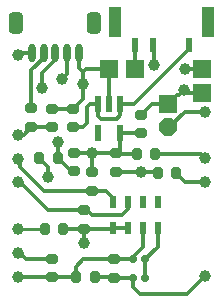
<source format=gtl>
G04 Layer_Physical_Order=1*
G04 Layer_Color=255*
%FSLAX25Y25*%
%MOIN*%
G70*
G01*
G75*
G04:AMPARAMS|DCode=10|XSize=39.37mil|YSize=31.5mil|CornerRadius=7.87mil|HoleSize=0mil|Usage=FLASHONLY|Rotation=90.000|XOffset=0mil|YOffset=0mil|HoleType=Round|Shape=RoundedRectangle|*
%AMROUNDEDRECTD10*
21,1,0.03937,0.01575,0,0,90.0*
21,1,0.02362,0.03150,0,0,90.0*
1,1,0.01575,0.00787,0.01181*
1,1,0.01575,0.00787,-0.01181*
1,1,0.01575,-0.00787,-0.01181*
1,1,0.01575,-0.00787,0.01181*
%
%ADD10ROUNDEDRECTD10*%
G04:AMPARAMS|DCode=11|XSize=39.37mil|YSize=31.5mil|CornerRadius=7.87mil|HoleSize=0mil|Usage=FLASHONLY|Rotation=180.000|XOffset=0mil|YOffset=0mil|HoleType=Round|Shape=RoundedRectangle|*
%AMROUNDEDRECTD11*
21,1,0.03937,0.01575,0,0,180.0*
21,1,0.02362,0.03150,0,0,180.0*
1,1,0.01575,-0.01181,0.00787*
1,1,0.01575,0.01181,0.00787*
1,1,0.01575,0.01181,-0.00787*
1,1,0.01575,-0.01181,-0.00787*
%
%ADD11ROUNDEDRECTD11*%
G04:AMPARAMS|DCode=12|XSize=23.62mil|YSize=23.62mil|CornerRadius=5.91mil|HoleSize=0mil|Usage=FLASHONLY|Rotation=90.000|XOffset=0mil|YOffset=0mil|HoleType=Round|Shape=RoundedRectangle|*
%AMROUNDEDRECTD12*
21,1,0.02362,0.01181,0,0,90.0*
21,1,0.01181,0.02362,0,0,90.0*
1,1,0.01181,0.00591,0.00591*
1,1,0.01181,0.00591,-0.00591*
1,1,0.01181,-0.00591,-0.00591*
1,1,0.01181,-0.00591,0.00591*
%
%ADD12ROUNDEDRECTD12*%
%ADD13R,0.06299X0.06299*%
%ADD14R,0.02362X0.05512*%
%ADD15R,0.06000X0.06000*%
%ADD16P,0.06494X8X292.5*%
%ADD17R,0.03937X0.09842*%
%ADD18R,0.02362X0.04724*%
G04:AMPARAMS|DCode=19|XSize=47.24mil|YSize=70.87mil|CornerRadius=11.81mil|HoleSize=0mil|Usage=FLASHONLY|Rotation=0.000|XOffset=0mil|YOffset=0mil|HoleType=Round|Shape=RoundedRectangle|*
%AMROUNDEDRECTD19*
21,1,0.04724,0.04724,0,0,0.0*
21,1,0.02362,0.07087,0,0,0.0*
1,1,0.02362,0.01181,-0.02362*
1,1,0.02362,-0.01181,-0.02362*
1,1,0.02362,-0.01181,0.02362*
1,1,0.02362,0.01181,0.02362*
%
%ADD19ROUNDEDRECTD19*%
%ADD20O,0.02362X0.06102*%
%ADD21R,0.01968X0.03937*%
%ADD22C,0.01181*%
%ADD23C,0.01000*%
%ADD24C,0.03937*%
D10*
X360433Y290354D02*
D03*
X354331D02*
D03*
X374508Y331398D02*
D03*
X380610D02*
D03*
X348130Y329921D02*
D03*
X342028D02*
D03*
X387598Y325098D02*
D03*
X381496D02*
D03*
X349902Y306299D02*
D03*
X343799D02*
D03*
D11*
X346063Y296358D02*
D03*
Y290256D02*
D03*
X366831Y290059D02*
D03*
Y296161D02*
D03*
X353642Y331594D02*
D03*
Y325492D02*
D03*
X375787Y338287D02*
D03*
Y344390D02*
D03*
X367421Y331496D02*
D03*
Y325394D02*
D03*
X359646Y325197D02*
D03*
Y319094D02*
D03*
X356791Y306398D02*
D03*
Y312500D02*
D03*
X339370Y346555D02*
D03*
Y340453D02*
D03*
X346358Y340354D02*
D03*
Y346457D02*
D03*
X353346Y340354D02*
D03*
Y346457D02*
D03*
D12*
X377165Y296161D02*
D03*
X373228D02*
D03*
X377165Y289961D02*
D03*
X373228D02*
D03*
D13*
X374016Y359646D02*
D03*
X365158D02*
D03*
X396260Y351575D02*
D03*
Y359744D02*
D03*
D14*
X368898Y348130D02*
D03*
X365158D02*
D03*
X361417D02*
D03*
Y338287D02*
D03*
X368898D02*
D03*
D15*
X384941Y348130D02*
D03*
D16*
Y340256D02*
D03*
D17*
X398327Y375295D02*
D03*
X367126Y375295D02*
D03*
D18*
X374016Y367618D02*
D03*
X379921D02*
D03*
X391732D02*
D03*
D19*
X334350Y375000D02*
D03*
X360335D02*
D03*
D20*
X339469Y365059D02*
D03*
X343406D02*
D03*
X355217Y365079D02*
D03*
X351279Y365059D02*
D03*
X347342D02*
D03*
D21*
X366634Y306496D02*
D03*
Y315158D02*
D03*
X371555D02*
D03*
X376476D02*
D03*
X381398D02*
D03*
Y306496D02*
D03*
X376476D02*
D03*
X371555D02*
D03*
D22*
X368898Y338287D02*
X375787D01*
X334842Y337795D02*
X336713D01*
X339370Y340453D01*
X345031Y312500D02*
X356791D01*
X335550Y321982D02*
X345031Y312500D01*
X356693Y306299D02*
X356791Y306398D01*
X349902Y306299D02*
X356693D01*
X384941Y340256D02*
X385316D01*
X390533Y345472D01*
X397182D01*
X397264Y345391D01*
X334744Y364469D02*
X335335Y365059D01*
X339469D01*
X368898Y332972D02*
Y338287D01*
X367421Y331496D02*
X368898Y332972D01*
X367520Y331398D02*
X374508D01*
X367421Y331496D02*
X367520Y331398D01*
X335531Y290400D02*
X345919D01*
X346063Y290256D01*
X337473Y296358D02*
X346063D01*
X335450Y298382D02*
X337473Y296358D01*
X346063Y290256D02*
X354232D01*
X354331Y290354D01*
X360433D02*
X366535D01*
X366831Y290059D01*
X373130D01*
X373228Y289961D01*
X354331Y290354D02*
Y293799D01*
X356693Y296161D01*
X366831D01*
X373228D01*
Y287106D02*
Y289961D01*
Y287106D02*
X375689Y284646D01*
X391339D01*
X397244Y290551D01*
X377165Y289961D02*
Y296161D01*
X356791Y301870D02*
X356890Y301772D01*
X356791Y301870D02*
Y306398D01*
X375886Y325394D02*
X381201D01*
X381496Y325098D01*
X367421Y325394D02*
X375886D01*
X380610Y331398D02*
X395866D01*
X397342Y329921D01*
X356791Y306398D02*
X366535D01*
X366634Y306496D01*
X371555Y312992D02*
Y315158D01*
X369390Y310827D02*
X371555Y312992D01*
X366634Y306496D02*
X371555D01*
X377165Y296161D02*
X381398Y300394D01*
Y306496D01*
X373228Y296161D02*
Y297146D01*
X376476Y300394D01*
Y306496D01*
X364075Y319094D02*
X366634Y316535D01*
Y315158D02*
Y316535D01*
X375787Y344390D02*
X379528Y348130D01*
X384941D01*
X374016Y359646D02*
Y367618D01*
X374016Y359646D02*
X374016Y359646D01*
X365158Y348130D02*
Y359646D01*
X339370Y340453D02*
X346260D01*
X346358Y340354D01*
Y346457D02*
X353346D01*
Y340354D02*
X356594D01*
X358957Y348130D02*
X361417D01*
X356594Y340354D02*
X357972Y341732D01*
Y347146D01*
X358957Y348130D01*
X361417Y344094D02*
Y348130D01*
Y344094D02*
X362500Y343012D01*
X367717D01*
X368898Y344193D01*
Y348130D01*
X373622D01*
X391732Y366240D01*
Y367618D01*
X390650Y359744D02*
X396260D01*
X379921Y361060D02*
X380137Y360844D01*
Y367403D01*
X379921Y367618D02*
X380137Y367403D01*
X355217Y360039D02*
Y365079D01*
X339370Y359171D02*
X343406Y363206D01*
Y365059D01*
X339370Y346555D02*
Y359171D01*
X343012Y353445D02*
Y358169D01*
X347342Y362500D01*
Y365059D01*
X355217Y360039D02*
X356594Y358661D01*
Y354528D02*
Y358661D01*
X353346Y346457D02*
X356594Y349705D01*
Y354528D01*
X351279Y358071D02*
Y365059D01*
X349606Y356398D02*
X351279Y358071D01*
X388583Y350984D02*
X390256Y352658D01*
X387795Y350984D02*
X388583D01*
X384941Y348130D02*
X387795Y350984D01*
X391339Y351575D02*
X396260D01*
X390256Y352658D02*
X391339Y351575D01*
X357579Y359646D02*
X365158D01*
X356594Y358661D02*
X357579Y359646D01*
X359646Y319094D02*
X364075D01*
X359646Y325197D02*
Y331102D01*
X359154Y331594D02*
X359252Y331496D01*
X387598Y325098D02*
X390615Y322082D01*
X396950D01*
X335550Y327147D02*
X343602Y319094D01*
X359646D01*
X353642Y331594D02*
X359154D01*
X359449D01*
X356791Y312500D02*
X357874D01*
X359547Y310827D01*
X369390D01*
X344980Y323524D02*
Y326969D01*
X342028Y329921D02*
X344980Y326969D01*
X352559Y325492D02*
X353642D01*
X348130Y329921D02*
X352559Y325492D01*
X348130Y335433D02*
X349475D01*
X348130Y329921D02*
Y335433D01*
X335550Y327147D02*
Y329782D01*
X359252Y331496D02*
X359646Y331102D01*
X359252Y331496D02*
X367421D01*
D23*
X343682Y306182D02*
X343799Y306299D01*
X335450Y306182D02*
X343682D01*
D24*
X334842Y337795D02*
D03*
Y329782D02*
D03*
Y321982D02*
D03*
X397342Y290551D02*
D03*
X334842Y306182D02*
D03*
Y290400D02*
D03*
Y298382D02*
D03*
X397342Y345391D02*
D03*
X334744Y364469D02*
D03*
X356890Y301772D02*
D03*
X375886Y325394D02*
D03*
X397342Y329921D02*
D03*
Y322082D02*
D03*
X390650Y359744D02*
D03*
X380137Y360844D02*
D03*
X343012Y353445D02*
D03*
X356594Y354528D02*
D03*
X349606Y356398D02*
D03*
X390256Y352658D02*
D03*
X359449Y331594D02*
D03*
X344980Y323524D02*
D03*
X348130Y335433D02*
D03*
M02*

</source>
